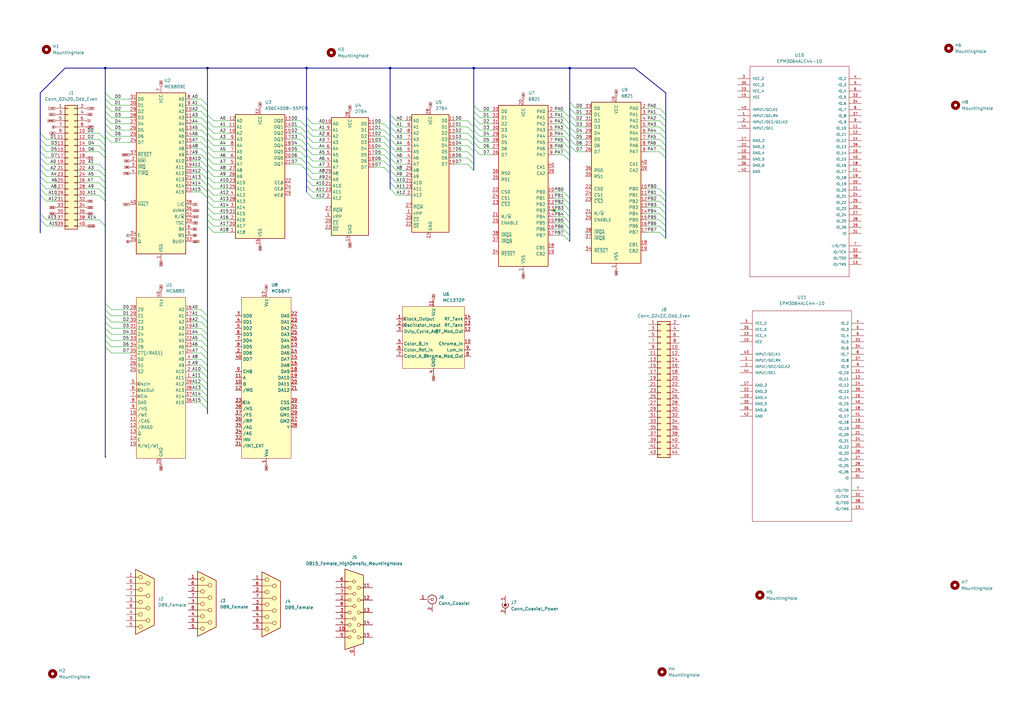
<source format=kicad_sch>
(kicad_sch (version 20211123) (generator eeschema)
  (paper "A3")
  (junction (at 43.18 27.94))
  (junction (at 85.09 27.94))
  (junction (at 227.33 86.36))
  (junction (at 194.31 27.94))
  (junction (at 160.02 27.94))
  (junction (at 125.73 27.94))
  (junction (at 233.68 27.94))
  (bus_entry (at 43.18 139.7) (size 2.54 2.54))
  (bus_entry (at 43.18 142.24) (size 2.54 2.54))
  (bus_entry (at 43.18 137.16) (size 2.54 2.54))
  (bus_entry (at 43.18 134.62) (size 2.54 2.54))
  (bus_entry (at 191.77 54.61) (size 2.54 2.54))
  (bus_entry (at 191.77 57.15) (size 2.54 2.54))
  (bus_entry (at 160.02 69.85) (size 2.54 2.54))
  (bus_entry (at 160.02 72.39) (size 2.54 2.54))
  (bus_entry (at 160.02 74.93) (size 2.54 2.54))
  (bus_entry (at 160.02 77.47) (size 2.54 2.54))
  (bus_entry (at 160.02 54.61) (size 2.54 2.54))
  (bus_entry (at 160.02 57.15) (size 2.54 2.54))
  (bus_entry (at 160.02 59.69) (size 2.54 2.54))
  (bus_entry (at 160.02 62.23) (size 2.54 2.54))
  (bus_entry (at 160.02 64.77) (size 2.54 2.54))
  (bus_entry (at 160.02 67.31) (size 2.54 2.54))
  (bus_entry (at 160.02 46.99) (size 2.54 2.54))
  (bus_entry (at 160.02 49.53) (size 2.54 2.54))
  (bus_entry (at 160.02 52.07) (size 2.54 2.54))
  (bus_entry (at 191.77 52.07) (size 2.54 2.54))
  (bus_entry (at 191.77 49.53) (size 2.54 2.54))
  (bus_entry (at 191.77 62.23) (size 2.54 2.54))
  (bus_entry (at 191.77 64.77) (size 2.54 2.54))
  (bus_entry (at 191.77 59.69) (size 2.54 2.54))
  (bus_entry (at 191.77 67.31) (size 2.54 2.54))
  (bus_entry (at 43.18 55.88) (size 2.54 2.54))
  (bus_entry (at 82.55 127) (size 2.54 2.54))
  (bus_entry (at 43.18 38.1) (size 2.54 2.54))
  (bus_entry (at 82.55 129.54) (size 2.54 2.54))
  (bus_entry (at 82.55 132.08) (size 2.54 2.54))
  (bus_entry (at 82.55 134.62) (size 2.54 2.54))
  (bus_entry (at 82.55 137.16) (size 2.54 2.54))
  (bus_entry (at 82.55 139.7) (size 2.54 2.54))
  (bus_entry (at 82.55 142.24) (size 2.54 2.54))
  (bus_entry (at 82.55 144.78) (size 2.54 2.54))
  (bus_entry (at 82.55 147.32) (size 2.54 2.54))
  (bus_entry (at 82.55 149.86) (size 2.54 2.54))
  (bus_entry (at 82.55 152.4) (size 2.54 2.54))
  (bus_entry (at 82.55 154.94) (size 2.54 2.54))
  (bus_entry (at 82.55 157.48) (size 2.54 2.54))
  (bus_entry (at 82.55 160.02) (size 2.54 2.54))
  (bus_entry (at 82.55 162.56) (size 2.54 2.54))
  (bus_entry (at 82.296 165.1) (size 2.54 2.54))
  (bus_entry (at 16.51 90.17) (size 2.54 2.54))
  (bus_entry (at 16.51 87.63) (size 2.54 2.54))
  (bus_entry (at 40.64 90.17) (size 2.54 2.54))
  (bus_entry (at 16.51 59.69) (size 2.54 2.54))
  (bus_entry (at 16.51 62.23) (size 2.54 2.54))
  (bus_entry (at 16.51 64.77) (size 2.54 2.54))
  (bus_entry (at 16.51 67.31) (size 2.54 2.54))
  (bus_entry (at 16.51 69.85) (size 2.54 2.54))
  (bus_entry (at 16.51 72.39) (size 2.54 2.54))
  (bus_entry (at 16.51 74.93) (size 2.54 2.54))
  (bus_entry (at 16.51 77.47) (size 2.54 2.54))
  (bus_entry (at 16.51 80.01) (size 2.54 2.54))
  (bus_entry (at 16.51 54.61) (size 2.54 2.54))
  (bus_entry (at 16.51 57.15) (size 2.54 2.54))
  (bus_entry (at 82.55 58.42) (size 2.54 2.54))
  (bus_entry (at 82.55 55.88) (size 2.54 2.54))
  (bus_entry (at 82.55 60.96) (size 2.54 2.54))
  (bus_entry (at 82.55 63.5) (size 2.54 2.54))
  (bus_entry (at 85.09 85.09) (size 2.54 2.54))
  (bus_entry (at 85.09 90.17) (size 2.54 2.54))
  (bus_entry (at 85.09 82.55) (size 2.54 2.54))
  (bus_entry (at 85.09 80.01) (size 2.54 2.54))
  (bus_entry (at 85.09 87.63) (size 2.54 2.54))
  (bus_entry (at 82.55 78.74) (size 2.54 2.54))
  (bus_entry (at 85.09 92.71) (size 2.54 2.54))
  (bus_entry (at 85.09 62.23) (size 2.54 2.54))
  (bus_entry (at 85.09 64.77) (size 2.54 2.54))
  (bus_entry (at 82.55 71.12) (size 2.54 2.54))
  (bus_entry (at 85.09 69.85) (size 2.54 2.54))
  (bus_entry (at 85.09 67.31) (size 2.54 2.54))
  (bus_entry (at 85.09 72.39) (size 2.54 2.54))
  (bus_entry (at 82.55 68.58) (size 2.54 2.54))
  (bus_entry (at 82.55 66.04) (size 2.54 2.54))
  (bus_entry (at 82.55 73.66) (size 2.54 2.54))
  (bus_entry (at 85.09 77.47) (size 2.54 2.54))
  (bus_entry (at 85.09 74.93) (size 2.54 2.54))
  (bus_entry (at 82.55 76.2) (size 2.54 2.54))
  (bus_entry (at 43.18 129.54) (size 2.54 2.54))
  (bus_entry (at 43.18 132.08) (size 2.54 2.54))
  (bus_entry (at 270.51 77.47) (size 2.54 2.54))
  (bus_entry (at 270.51 87.63) (size 2.54 2.54))
  (bus_entry (at 270.51 85.09) (size 2.54 2.54))
  (bus_entry (at 270.51 90.17) (size 2.54 2.54))
  (bus_entry (at 270.51 92.71) (size 2.54 2.54))
  (bus_entry (at 270.51 80.01) (size 2.54 2.54))
  (bus_entry (at 270.51 82.55) (size 2.54 2.54))
  (bus_entry (at 270.51 95.25) (size 2.54 2.54))
  (bus_entry (at 123.19 59.69) (size 2.54 2.54))
  (bus_entry (at 123.19 57.15) (size 2.54 2.54))
  (bus_entry (at 123.19 49.53) (size 2.54 2.54))
  (bus_entry (at 123.19 54.61) (size 2.54 2.54))
  (bus_entry (at 123.19 52.07) (size 2.54 2.54))
  (bus_entry (at 85.09 59.69) (size 2.54 2.54))
  (bus_entry (at 85.09 57.15) (size 2.54 2.54))
  (bus_entry (at 194.31 45.72) (size 2.54 2.54))
  (bus_entry (at 194.31 43.18) (size 2.54 2.54))
  (bus_entry (at 231.14 45.72) (size 2.54 2.54))
  (bus_entry (at 231.14 48.26) (size 2.54 2.54))
  (bus_entry (at 231.14 50.8) (size 2.54 2.54))
  (bus_entry (at 231.14 53.34) (size 2.54 2.54))
  (bus_entry (at 231.14 55.88) (size 2.54 2.54))
  (bus_entry (at 231.14 81.28) (size 2.54 2.54))
  (bus_entry (at 231.14 83.82) (size 2.54 2.54))
  (bus_entry (at 231.14 86.36) (size 2.54 2.54))
  (bus_entry (at 231.14 88.9) (size 2.54 2.54))
  (bus_entry (at 231.14 91.44) (size 2.54 2.54))
  (bus_entry (at 231.14 93.98) (size 2.54 2.54))
  (bus_entry (at 231.14 96.52) (size 2.54 2.54))
  (bus_entry (at 231.14 58.42) (size 2.54 2.54))
  (bus_entry (at 231.14 60.96) (size 2.54 2.54))
  (bus_entry (at 231.14 63.5) (size 2.54 2.54))
  (bus_entry (at 231.14 78.74) (size 2.54 2.54))
  (bus_entry (at 194.31 48.26) (size 2.54 2.54))
  (bus_entry (at 194.31 60.96) (size 2.54 2.54))
  (bus_entry (at 194.31 50.8) (size 2.54 2.54))
  (bus_entry (at 194.31 53.34) (size 2.54 2.54))
  (bus_entry (at 194.31 55.88) (size 2.54 2.54))
  (bus_entry (at 194.31 58.42) (size 2.54 2.54))
  (bus_entry (at 40.64 54.61) (size 2.54 2.54))
  (bus_entry (at 40.64 72.39) (size 2.54 2.54))
  (bus_entry (at 40.64 74.93) (size 2.54 2.54))
  (bus_entry (at 40.64 77.47) (size 2.54 2.54))
  (bus_entry (at 40.64 80.01) (size 2.54 2.54))
  (bus_entry (at 40.64 57.15) (size 2.54 2.54))
  (bus_entry (at 40.64 69.85) (size 2.54 2.54))
  (bus_entry (at 40.64 67.31) (size 2.54 2.54))
  (bus_entry (at 40.64 62.23) (size 2.54 2.54))
  (bus_entry (at 40.64 59.69) (size 2.54 2.54))
  (bus_entry (at 85.09 54.61) (size 2.54 2.54))
  (bus_entry (at 82.55 48.26) (size 2.54 2.54))
  (bus_entry (at 82.55 45.72) (size 2.54 2.54))
  (bus_entry (at 85.09 46.99) (size 2.54 2.54))
  (bus_entry (at 82.55 50.8) (size 2.54 2.54))
  (bus_entry (at 85.09 52.07) (size 2.54 2.54))
  (bus_entry (at 85.09 49.53) (size 2.54 2.54))
  (bus_entry (at 82.55 40.64) (size 2.54 2.54))
  (bus_entry (at 82.55 43.18) (size 2.54 2.54))
  (bus_entry (at 43.18 124.46) (size 2.54 2.54))
  (bus_entry (at 43.18 127) (size 2.54 2.54))
  (bus_entry (at 82.55 53.34) (size 2.54 2.54))
  (bus_entry (at 157.48 60.96) (size 2.54 2.54))
  (bus_entry (at 157.48 63.5) (size 2.54 2.54))
  (bus_entry (at 157.48 55.88) (size 2.54 2.54))
  (bus_entry (at 157.48 58.42) (size 2.54 2.54))
  (bus_entry (at 157.48 66.04) (size 2.54 2.54))
  (bus_entry (at 157.48 68.58) (size 2.54 2.54))
  (bus_entry (at 157.48 50.8) (size 2.54 2.54))
  (bus_entry (at 157.48 53.34) (size 2.54 2.54))
  (bus_entry (at 125.73 60.96) (size 2.54 2.54))
  (bus_entry (at 125.73 63.5) (size 2.54 2.54))
  (bus_entry (at 125.73 76.2) (size 2.54 2.54))
  (bus_entry (at 125.73 78.74) (size 2.54 2.54))
  (bus_entry (at 125.73 68.58) (size 2.54 2.54))
  (bus_entry (at 125.73 71.12) (size 2.54 2.54))
  (bus_entry (at 125.73 73.66) (size 2.54 2.54))
  (bus_entry (at 123.19 64.77) (size 2.54 2.54))
  (bus_entry (at 125.73 66.04) (size 2.54 2.54))
  (bus_entry (at 123.19 67.31) (size 2.54 2.54))
  (bus_entry (at 125.73 53.34) (size 2.54 2.54))
  (bus_entry (at 125.73 58.42) (size 2.54 2.54))
  (bus_entry (at 125.73 55.88) (size 2.54 2.54))
  (bus_entry (at 125.73 50.8) (size 2.54 2.54))
  (bus_entry (at 125.73 48.26) (size 2.54 2.54))
  (bus_entry (at 123.19 62.23) (size 2.54 2.54))
  (bus_entry (at 43.18 50.8) (size 2.54 2.54))
  (bus_entry (at 43.18 53.34) (size 2.54 2.54))
  (bus_entry (at 43.18 45.72) (size 2.54 2.54))
  (bus_entry (at 43.18 48.26) (size 2.54 2.54))
  (bus_entry (at 43.18 43.18) (size 2.54 2.54))
  (bus_entry (at 43.18 40.64) (size 2.54 2.54))
  (bus_entry (at 233.68 54.61) (size 2.54 2.54))
  (bus_entry (at 233.68 57.15) (size 2.54 2.54))
  (bus_entry (at 233.68 59.69) (size 2.54 2.54))
  (bus_entry (at 270.51 62.23) (size 2.54 2.54))
  (bus_entry (at 233.68 46.99) (size 2.54 2.54))
  (bus_entry (at 233.68 44.45) (size 2.54 2.54))
  (bus_entry (at 233.68 41.91) (size 2.54 2.54))
  (bus_entry (at 270.51 54.61) (size 2.54 2.54))
  (bus_entry (at 270.51 57.15) (size 2.54 2.54))
  (bus_entry (at 270.51 59.69) (size 2.54 2.54))
  (bus_entry (at 233.68 49.53) (size 2.54 2.54))
  (bus_entry (at 233.68 52.07) (size 2.54 2.54))
  (bus_entry (at 270.51 46.99) (size 2.54 2.54))
  (bus_entry (at 270.51 44.45) (size 2.54 2.54))
  (bus_entry (at 270.51 49.53) (size 2.54 2.54))
  (bus_entry (at 270.51 52.07) (size 2.54 2.54))
  (wire (pts (xy 265.43 77.47) (xy 270.51 77.47)))
  (bus (pts (xy 233.68 88.9) (xy 233.68 91.44)))
  (wire (pts (xy 35.56 74.93) (xy 40.64 74.93)))
  (wire (pts (xy 35.56 80.01) (xy 40.64 80.01)))
  (bus (pts (xy 160.02 27.94) (xy 194.31 27.94)))
  (bus (pts (xy 233.68 44.45) (xy 233.68 46.99)))
  (wire (pts (xy 265.43 46.99) (xy 270.51 46.99)))
  (wire (pts (xy 87.63 62.23) (xy 93.98 62.23)))
  (wire (pts (xy 78.74 134.62) (xy 82.55 134.62)))
  (wire (pts (xy 78.74 76.2) (xy 82.55 76.2)))
  (wire (pts (xy 128.27 55.88) (xy 133.35 55.88)))
  (wire (pts (xy 186.69 67.31) (xy 191.77 67.31)))
  (bus (pts (xy 43.18 72.39) (xy 43.18 74.93)))
  (bus (pts (xy 16.51 69.85) (xy 16.51 67.31)))
  (wire (pts (xy 236.22 57.15) (xy 240.03 57.15)))
  (bus (pts (xy 194.31 64.77) (xy 194.31 67.31)))
  (bus (pts (xy 16.51 90.17) (xy 16.51 95.504)))
  (bus (pts (xy 43.18 129.54) (xy 43.18 132.08)))
  (bus (pts (xy 85.09 68.58) (xy 85.09 69.85)))
  (bus (pts (xy 273.05 59.69) (xy 273.05 62.23)))
  (wire (pts (xy 196.85 63.5) (xy 201.93 63.5)))
  (wire (pts (xy 45.72 137.16) (xy 53.34 137.16)))
  (wire (pts (xy 78.74 66.04) (xy 82.55 66.04)))
  (wire (pts (xy 265.43 90.17) (xy 270.51 90.17)))
  (bus (pts (xy 16.51 77.47) (xy 16.51 74.93)))
  (wire (pts (xy 186.69 64.77) (xy 191.77 64.77)))
  (wire (pts (xy 78.74 139.7) (xy 82.55 139.7)))
  (wire (pts (xy 78.74 147.32) (xy 82.55 147.32)))
  (bus (pts (xy 260.35 27.94) (xy 273.05 38.1)))
  (bus (pts (xy 43.18 82.55) (xy 43.18 92.71)))
  (wire (pts (xy 119.38 59.69) (xy 123.19 59.69)))
  (bus (pts (xy 85.09 49.53) (xy 85.09 50.8)))
  (wire (pts (xy 196.85 50.8) (xy 201.93 50.8)))
  (wire (pts (xy 35.56 62.23) (xy 40.64 62.23)))
  (bus (pts (xy 85.09 90.17) (xy 85.09 92.71)))
  (bus (pts (xy 233.68 58.42) (xy 233.68 59.69)))
  (bus (pts (xy 160.02 64.77) (xy 160.02 66.04)))
  (wire (pts (xy 162.56 74.93) (xy 166.37 74.93)))
  (wire (pts (xy 35.56 67.31) (xy 40.64 67.31)))
  (bus (pts (xy 43.18 43.18) (xy 43.18 45.72)))
  (wire (pts (xy 45.72 50.8) (xy 53.34 50.8)))
  (bus (pts (xy 26.67 27.94) (xy 43.18 27.94)))
  (wire (pts (xy 227.33 88.9) (xy 231.14 88.9)))
  (wire (pts (xy 236.22 46.99) (xy 240.03 46.99)))
  (bus (pts (xy 43.18 187.452) (xy 43.434 187.452)))
  (bus (pts (xy 85.09 82.55) (xy 85.09 85.09)))
  (wire (pts (xy 162.56 52.07) (xy 166.37 52.07)))
  (bus (pts (xy 160.02 54.61) (xy 160.02 55.88)))
  (bus (pts (xy 16.51 57.15) (xy 16.51 54.61)))
  (bus (pts (xy 233.68 81.28) (xy 233.68 83.82)))
  (bus (pts (xy 273.05 90.17) (xy 273.05 92.71)))
  (bus (pts (xy 16.51 74.93) (xy 16.51 72.39)))
  (bus (pts (xy 125.73 59.69) (xy 125.73 60.96)))
  (bus (pts (xy 43.18 137.16) (xy 43.18 139.7)))
  (wire (pts (xy 45.72 142.24) (xy 53.34 142.24)))
  (wire (pts (xy 19.05 62.23) (xy 22.86 62.23)))
  (wire (pts (xy 78.74 40.64) (xy 82.55 40.64)))
  (wire (pts (xy 265.43 95.25) (xy 270.51 95.25)))
  (bus (pts (xy 160.02 62.23) (xy 160.02 63.5)))
  (bus (pts (xy 85.09 60.96) (xy 85.09 62.23)))
  (bus (pts (xy 125.73 76.2) (xy 125.73 78.74)))
  (wire (pts (xy 78.74 73.66) (xy 82.55 73.66)))
  (bus (pts (xy 85.09 92.71) (xy 85.09 129.54)))
  (bus (pts (xy 194.31 45.72) (xy 194.31 48.26)))
  (wire (pts (xy 265.43 85.09) (xy 270.51 85.09)))
  (wire (pts (xy 265.43 52.07) (xy 270.51 52.07)))
  (bus (pts (xy 85.09 152.4) (xy 85.09 154.94)))
  (bus (pts (xy 273.05 46.99) (xy 273.05 49.53)))
  (wire (pts (xy 78.74 152.4) (xy 82.55 152.4)))
  (wire (pts (xy 78.74 48.26) (xy 82.55 48.26)))
  (bus (pts (xy 43.18 142.24) (xy 43.18 187.452)))
  (bus (pts (xy 85.09 62.23) (xy 85.09 63.5)))
  (wire (pts (xy 153.67 60.96) (xy 157.48 60.96)))
  (bus (pts (xy 194.31 67.31) (xy 194.31 69.85)))
  (wire (pts (xy 186.69 62.23) (xy 191.77 62.23)))
  (wire (pts (xy 236.22 44.45) (xy 240.03 44.45)))
  (bus (pts (xy 43.18 124.46) (xy 43.18 127)))
  (wire (pts (xy 78.74 149.86) (xy 82.55 149.86)))
  (wire (pts (xy 87.63 80.01) (xy 93.98 80.01)))
  (wire (pts (xy 19.05 77.47) (xy 22.86 77.47)))
  (bus (pts (xy 85.09 50.8) (xy 85.09 52.07)))
  (bus (pts (xy 43.18 55.88) (xy 43.18 57.15)))
  (wire (pts (xy 153.67 63.5) (xy 157.48 63.5)))
  (bus (pts (xy 16.51 72.39) (xy 16.51 69.85)))
  (wire (pts (xy 128.27 73.66) (xy 133.35 73.66)))
  (wire (pts (xy 45.72 139.7) (xy 53.34 139.7)))
  (wire (pts (xy 162.56 59.69) (xy 166.37 59.69)))
  (bus (pts (xy 194.31 50.8) (xy 194.31 52.07)))
  (wire (pts (xy 19.05 92.71) (xy 22.86 92.71)))
  (wire (pts (xy 119.38 67.31) (xy 123.19 67.31)))
  (wire (pts (xy 162.56 57.15) (xy 166.37 57.15)))
  (wire (pts (xy 78.74 160.02) (xy 82.55 160.02)))
  (bus (pts (xy 125.73 60.96) (xy 125.73 62.23)))
  (bus (pts (xy 125.73 55.88) (xy 125.73 57.15)))
  (bus (pts (xy 233.68 96.52) (xy 233.68 99.06)))
  (wire (pts (xy 78.74 162.56) (xy 82.55 162.56)))
  (bus (pts (xy 233.68 83.82) (xy 233.68 86.36)))
  (wire (pts (xy 45.72 127) (xy 53.34 127)))
  (wire (pts (xy 35.56 57.15) (xy 40.64 57.15)))
  (bus (pts (xy 85.09 160.02) (xy 85.09 162.56)))
  (bus (pts (xy 85.09 76.2) (xy 85.09 77.47)))
  (bus (pts (xy 273.05 85.09) (xy 273.05 87.63)))
  (bus (pts (xy 16.51 59.69) (xy 16.51 57.15)))
  (wire (pts (xy 196.85 45.72) (xy 201.93 45.72)))
  (wire (pts (xy 265.43 59.69) (xy 270.51 59.69)))
  (bus (pts (xy 85.09 73.66) (xy 85.09 74.93)))
  (bus (pts (xy 85.09 134.62) (xy 85.09 137.16)))
  (wire (pts (xy 19.05 72.39) (xy 22.86 72.39)))
  (wire (pts (xy 119.38 57.15) (xy 123.19 57.15)))
  (bus (pts (xy 273.05 38.1) (xy 273.05 46.99)))
  (bus (pts (xy 85.09 59.69) (xy 85.09 60.96)))
  (wire (pts (xy 162.56 69.85) (xy 166.37 69.85)))
  (wire (pts (xy 265.43 62.23) (xy 270.51 62.23)))
  (wire (pts (xy 196.85 55.88) (xy 201.93 55.88)))
  (wire (pts (xy 227.33 93.98) (xy 231.14 93.98)))
  (wire (pts (xy 236.22 49.53) (xy 240.03 49.53)))
  (wire (pts (xy 153.67 68.58) (xy 157.48 68.58)))
  (wire (pts (xy 227.33 48.26) (xy 231.14 48.26)))
  (bus (pts (xy 125.73 64.77) (xy 125.73 66.04)))
  (wire (pts (xy 128.27 58.42) (xy 133.35 58.42)))
  (wire (pts (xy 162.56 72.39) (xy 166.37 72.39)))
  (bus (pts (xy 125.73 48.26) (xy 125.73 50.8)))
  (wire (pts (xy 128.27 71.12) (xy 133.35 71.12)))
  (wire (pts (xy 45.72 48.26) (xy 53.34 48.26)))
  (bus (pts (xy 43.18 139.7) (xy 43.18 142.24)))
  (wire (pts (xy 227.33 96.52) (xy 231.14 96.52)))
  (wire (pts (xy 19.05 67.31) (xy 22.86 67.31)))
  (bus (pts (xy 125.73 50.8) (xy 125.73 52.07)))
  (wire (pts (xy 35.56 90.17) (xy 40.64 90.17)))
  (bus (pts (xy 85.09 64.77) (xy 85.09 66.04)))
  (bus (pts (xy 85.09 63.5) (xy 85.09 64.77)))
  (wire (pts (xy 227.33 55.88) (xy 231.14 55.88)))
  (wire (pts (xy 153.67 58.42) (xy 157.48 58.42)))
  (wire (pts (xy 87.63 82.55) (xy 93.98 82.55)))
  (wire (pts (xy 153.67 55.88) (xy 157.48 55.88)))
  (bus (pts (xy 85.09 74.93) (xy 85.09 76.2)))
  (wire (pts (xy 227.33 63.5) (xy 231.14 63.5)))
  (wire (pts (xy 87.63 59.69) (xy 93.98 59.69)))
  (wire (pts (xy 78.74 60.96) (xy 82.55 60.96)))
  (bus (pts (xy 16.51 87.63) (xy 16.51 90.17)))
  (wire (pts (xy 45.72 134.62) (xy 53.34 134.62)))
  (bus (pts (xy 273.05 49.53) (xy 273.05 52.07)))
  (bus (pts (xy 85.09 77.47) (xy 85.09 78.74)))
  (wire (pts (xy 128.27 76.2) (xy 133.35 76.2)))
  (bus (pts (xy 233.68 55.88) (xy 233.68 57.15)))
  (bus (pts (xy 273.05 52.07) (xy 273.05 54.61)))
  (bus (pts (xy 194.31 48.26) (xy 194.31 50.8)))
  (wire (pts (xy 265.43 44.45) (xy 270.51 44.45)))
  (wire (pts (xy 45.72 53.34) (xy 53.34 53.34)))
  (wire (pts (xy 78.74 157.48) (xy 82.55 157.48)))
  (wire (pts (xy 227.33 91.44) (xy 231.14 91.44)))
  (bus (pts (xy 160.02 49.53) (xy 160.02 52.07)))
  (wire (pts (xy 236.22 62.23) (xy 240.03 62.23)))
  (bus (pts (xy 85.09 27.94) (xy 125.73 27.94)))
  (bus (pts (xy 160.02 63.5) (xy 160.02 64.77)))
  (bus (pts (xy 125.73 63.5) (xy 125.73 64.77)))
  (bus (pts (xy 43.18 74.93) (xy 43.18 77.47)))
  (bus (pts (xy 194.31 53.34) (xy 194.31 54.61)))
  (wire (pts (xy 128.27 66.04) (xy 133.35 66.04)))
  (wire (pts (xy 78.74 142.24) (xy 82.55 142.24)))
  (bus (pts (xy 233.68 27.94) (xy 233.68 41.91)))
  (wire (pts (xy 19.05 80.01) (xy 22.86 80.01)))
  (wire (pts (xy 153.67 50.8) (xy 157.48 50.8)))
  (bus (pts (xy 125.73 69.85) (xy 125.73 71.12)))
  (bus (pts (xy 43.18 80.01) (xy 43.18 82.55)))
  (bus (pts (xy 194.31 60.96) (xy 194.31 62.23)))
  (bus (pts (xy 160.02 74.93) (xy 160.02 77.47)))
  (wire (pts (xy 153.67 53.34) (xy 157.48 53.34)))
  (bus (pts (xy 233.68 41.91) (xy 233.68 44.45)))
  (wire (pts (xy 227.33 53.34) (xy 231.14 53.34)))
  (bus (pts (xy 85.09 129.54) (xy 85.09 132.08)))
  (wire (pts (xy 162.56 80.01) (xy 166.37 80.01)))
  (wire (pts (xy 87.63 72.39) (xy 93.98 72.39)))
  (wire (pts (xy 78.74 68.58) (xy 82.55 68.58)))
  (bus (pts (xy 43.18 92.71) (xy 43.18 124.46)))
  (wire (pts (xy 236.22 52.07) (xy 240.03 52.07)))
  (bus (pts (xy 43.18 45.72) (xy 43.18 48.26)))
  (wire (pts (xy 35.56 69.85) (xy 40.64 69.85)))
  (wire (pts (xy 87.63 67.31) (xy 93.98 67.31)))
  (bus (pts (xy 125.73 52.07) (xy 125.73 53.34)))
  (bus (pts (xy 85.09 80.01) (xy 85.09 81.28)))
  (bus (pts (xy 273.05 54.61) (xy 273.05 57.15)))
  (bus (pts (xy 125.73 67.31) (xy 125.73 68.58)))
  (bus (pts (xy 16.51 38.1) (xy 26.67 27.94)))
  (wire (pts (xy 87.63 85.09) (xy 93.98 85.09)))
  (bus (pts (xy 85.09 58.42) (xy 85.09 59.69)))
  (wire (pts (xy 45.72 43.18) (xy 53.34 43.18)))
  (wire (pts (xy 186.69 57.15) (xy 191.77 57.15)))
  (bus (pts (xy 194.31 57.15) (xy 194.31 58.42)))
  (bus (pts (xy 233.68 52.07) (xy 233.68 53.34)))
  (bus (pts (xy 160.02 55.88) (xy 160.02 57.15)))
  (wire (pts (xy 128.27 81.28) (xy 133.35 81.28)))
  (bus (pts (xy 273.05 82.55) (xy 273.05 85.09)))
  (wire (pts (xy 45.72 129.54) (xy 53.34 129.54)))
  (wire (pts (xy 78.74 165.1) (xy 82.296 165.1)))
  (bus (pts (xy 85.09 137.16) (xy 85.09 139.7)))
  (bus (pts (xy 233.68 27.94) (xy 260.35 27.94)))
  (wire (pts (xy 87.63 64.77) (xy 93.98 64.77)))
  (bus (pts (xy 233.68 60.96) (xy 233.68 63.5)))
  (bus (pts (xy 43.18 53.34) (xy 43.18 55.88)))
  (wire (pts (xy 265.43 57.15) (xy 270.51 57.15)))
  (wire (pts (xy 128.27 68.58) (xy 133.35 68.58)))
  (bus (pts (xy 16.51 38.1) (xy 16.51 54.61)))
  (wire (pts (xy 35.56 72.39) (xy 40.64 72.39)))
  (bus (pts (xy 85.09 139.7) (xy 85.09 142.24)))
  (wire (pts (xy 186.69 54.61) (xy 191.77 54.61)))
  (bus (pts (xy 125.73 62.23) (xy 125.73 63.5)))
  (wire (pts (xy 87.63 69.85) (xy 93.98 69.85)))
  (wire (pts (xy 87.63 54.61) (xy 93.98 54.61)))
  (wire (pts (xy 265.43 54.61) (xy 270.51 54.61)))
  (bus (pts (xy 125.73 54.61) (xy 125.73 55.88)))
  (bus (pts (xy 85.09 43.18) (xy 85.09 45.72)))
  (bus (pts (xy 85.09 165.1) (xy 85.09 169.672)))
  (bus (pts (xy 85.09 54.61) (xy 85.09 55.88)))
  (wire (pts (xy 196.85 53.34) (xy 201.93 53.34)))
  (bus (pts (xy 43.18 77.47) (xy 43.18 80.01)))
  (wire (pts (xy 227.33 50.8) (xy 231.14 50.8)))
  (wire (pts (xy 87.63 77.47) (xy 93.98 77.47)))
  (bus (pts (xy 194.31 58.42) (xy 194.31 59.69)))
  (wire (pts (xy 78.74 53.34) (xy 82.55 53.34)))
  (wire (pts (xy 87.63 90.17) (xy 93.98 90.17)))
  (wire (pts (xy 78.74 63.5) (xy 82.55 63.5)))
  (bus (pts (xy 160.02 57.15) (xy 160.02 58.42)))
  (wire (pts (xy 226.06 86.36) (xy 227.33 86.36)))
  (wire (pts (xy 162.56 64.77) (xy 166.37 64.77)))
  (bus (pts (xy 16.51 62.23) (xy 16.51 59.69)))
  (wire (pts (xy 186.69 59.69) (xy 191.77 59.69)))
  (wire (pts (xy 128.27 53.34) (xy 133.35 53.34)))
  (wire (pts (xy 227.33 83.82) (xy 231.14 83.82)))
  (wire (pts (xy 78.74 45.72) (xy 82.55 45.72)))
  (wire (pts (xy 162.56 77.47) (xy 166.37 77.47)))
  (wire (pts (xy 265.43 87.63) (xy 270.51 87.63)))
  (bus (pts (xy 194.31 27.94) (xy 194.31 43.18)))
  (wire (pts (xy 78.74 43.18) (xy 82.55 43.18)))
  (bus (pts (xy 125.73 66.04) (xy 125.73 67.31)))
  (bus (pts (xy 16.51 64.77) (xy 16.51 62.23)))
  (bus (pts (xy 194.31 54.61) (xy 194.31 55.88)))
  (bus (pts (xy 273.05 80.01) (xy 273.05 82.55)))
  (bus (pts (xy 160.02 58.42) (xy 160.02 59.69)))
  (bus (pts (xy 43.18 69.85) (xy 43.18 72.39)))
  (wire (pts (xy 45.72 144.78) (xy 53.34 144.78)))
  (bus (pts (xy 233.68 91.44) (xy 233.68 93.98)))
  (bus (pts (xy 43.18 132.08) (xy 43.18 134.62)))
  (bus (pts (xy 233.68 66.04) (xy 233.68 81.28)))
  (wire (pts (xy 196.85 48.26) (xy 201.93 48.26)))
  (bus (pts (xy 43.18 127) (xy 43.18 129.54)))
  (bus (pts (xy 273.05 87.63) (xy 273.05 90.17)))
  (wire (pts (xy 78.74 78.74) (xy 82.55 78.74)))
  (bus (pts (xy 43.18 57.15) (xy 43.18 59.69)))
  (wire (pts (xy 128.27 78.74) (xy 133.35 78.74)))
  (wire (pts (xy 87.63 57.15) (xy 93.98 57.15)))
  (wire (pts (xy 78.74 58.42) (xy 82.55 58.42)))
  (bus (pts (xy 273.05 92.71) (xy 273.05 95.25)))
  (wire (pts (xy 78.74 154.94) (xy 82.55 154.94)))
  (bus (pts (xy 233.68 50.8) (xy 233.68 52.07)))
  (wire (pts (xy 78.74 71.12) (xy 82.55 71.12)))
  (wire (pts (xy 236.22 59.69) (xy 240.03 59.69)))
  (bus (pts (xy 194.31 43.18) (xy 194.31 45.72)))
  (wire (pts (xy 236.22 54.61) (xy 240.03 54.61)))
  (wire (pts (xy 119.38 62.23) (xy 123.19 62.23)))
  (bus (pts (xy 85.09 72.39) (xy 85.09 73.66)))
  (bus (pts (xy 85.09 27.94) (xy 85.09 43.18)))
  (wire (pts (xy 196.85 58.42) (xy 201.93 58.42)))
  (bus (pts (xy 16.51 77.47) (xy 16.51 80.01)))
  (wire (pts (xy 78.74 55.88) (xy 82.55 55.88)))
  (wire (pts (xy 45.72 132.08) (xy 53.34 132.08)))
  (bus (pts (xy 85.09 71.12) (xy 85.09 72.39)))
  (bus (pts (xy 160.02 60.96) (xy 160.02 62.23)))
  (bus (pts (xy 43.18 59.69) (xy 43.18 62.23)))
  (bus (pts (xy 160.02 72.39) (xy 160.02 74.93)))
  (bus (pts (xy 125.73 73.66) (xy 125.73 76.2)))
  (wire (pts (xy 78.74 132.08) (xy 82.55 132.08)))
  (bus (pts (xy 160.02 69.85) (xy 160.02 71.12)))
  (wire (pts (xy 128.27 60.96) (xy 133.35 60.96)))
  (wire (pts (xy 227.33 81.28) (xy 231.14 81.28)))
  (wire (pts (xy 19.05 59.69) (xy 22.86 59.69)))
  (wire (pts (xy 153.67 66.04) (xy 157.48 66.04)))
  (bus (pts (xy 85.09 53.34) (xy 85.09 54.61)))
  (wire (pts (xy 78.74 144.78) (xy 82.55 144.78)))
  (bus (pts (xy 233.68 53.34) (xy 233.68 54.61)))
  (wire (pts (xy 265.43 80.01) (xy 270.51 80.01)))
  (wire (pts (xy 119.38 49.53) (xy 123.19 49.53)))
  (wire (pts (xy 196.85 60.96) (xy 201.93 60.96)))
  (wire (pts (xy 45.72 45.72) (xy 53.34 45.72)))
  (wire (pts (xy 162.56 49.53) (xy 166.37 49.53)))
  (wire (pts (xy 186.69 49.53) (xy 191.77 49.53)))
  (wire (pts (xy 87.63 74.93) (xy 93.98 74.93)))
  (bus (pts (xy 85.09 142.24) (xy 85.09 144.78)))
  (bus (pts (xy 273.05 57.15) (xy 273.05 59.69)))
  (bus (pts (xy 194.31 52.07) (xy 194.31 53.34)))
  (wire (pts (xy 78.74 50.8) (xy 82.55 50.8)))
  (bus (pts (xy 233.68 86.36) (xy 233.68 88.9)))
  (bus (pts (xy 43.18 62.23) (xy 43.18 64.77)))
  (wire (pts (xy 35.56 59.69) (xy 40.64 59.69)))
  (wire (pts (xy 119.38 64.77) (xy 123.19 64.77)))
  (bus (pts (xy 233.68 46.99) (xy 233.68 48.26)))
  (bus (pts (xy 85.09 48.26) (xy 85.09 49.53)))
  (wire (pts (xy 87.63 92.71) (xy 93.98 92.71)))
  (wire (pts (xy 162.56 67.31) (xy 166.37 67.31)))
  (bus (pts (xy 85.09 52.07) (xy 85.09 53.34)))
  (wire (pts (xy 87.63 95.25) (xy 93.98 95.25)))
  (bus (pts (xy 194.31 55.88) (xy 194.31 57.15)))
  (bus (pts (xy 194.31 27.94) (xy 233.68 27.94)))
  (bus (pts (xy 194.31 62.23) (xy 194.31 64.77)))
  (bus (pts (xy 85.09 149.86) (xy 85.09 152.4)))
  (wire (pts (xy 19.05 90.17) (xy 22.86 90.17)))
  (bus (pts (xy 85.09 78.74) (xy 85.09 80.01)))
  (bus (pts (xy 160.02 67.31) (xy 160.02 68.58)))
  (wire (pts (xy 227.33 78.74) (xy 231.14 78.74)))
  (bus (pts (xy 16.51 80.01) (xy 16.51 87.63)))
  (wire (pts (xy 227.33 45.72) (xy 231.14 45.72)))
  (wire (pts (xy 87.63 49.53) (xy 93.98 49.53)))
  (wire (pts (xy 265.43 92.71) (xy 270.51 92.71)))
  (bus (pts (xy 125.73 58.42) (xy 125.73 59.69)))
  (bus (pts (xy 160.02 46.99) (xy 160.02 49.53)))
  (bus (pts (xy 43.18 50.8) (xy 43.18 53.34)))
  (bus (pts (xy 160.02 59.69) (xy 160.02 60.96)))
  (bus (pts (xy 273.05 62.23) (xy 273.05 64.77)))
  (wire (pts (xy 119.38 52.07) (xy 123.19 52.07)))
  (bus (pts (xy 160.02 27.94) (xy 160.02 46.99)))
  (bus (pts (xy 43.18 134.62) (xy 43.18 137.16)))
  (bus (pts (xy 43.18 64.77) (xy 43.18 69.85)))
  (wire (pts (xy 19.05 64.77) (xy 22.86 64.77)))
  (wire (pts (xy 45.72 58.42) (xy 53.34 58.42)))
  (bus (pts (xy 85.09 154.94) (xy 85.09 157.48)))
  (wire (pts (xy 162.56 54.61) (xy 166.37 54.61)))
  (bus (pts (xy 85.09 67.31) (xy 85.09 68.58)))
  (bus (pts (xy 85.09 85.09) (xy 85.09 87.63)))
  (bus (pts (xy 233.68 59.69) (xy 233.68 60.96)))
  (bus (pts (xy 85.09 66.04) (xy 85.09 67.31)))
  (bus (pts (xy 85.09 132.08) (xy 85.09 134.62)))
  (wire (pts (xy 128.27 63.5) (xy 133.35 63.5)))
  (bus (pts (xy 85.09 69.85) (xy 85.09 71.12)))
  (bus (pts (xy 233.68 49.53) (xy 233.68 50.8)))
  (wire (pts (xy 128.27 50.8) (xy 133.35 50.8)))
  (bus (pts (xy 160.02 53.34) (xy 160.02 54.61)))
  (bus (pts (xy 233.68 93.98) (xy 233.68 96.52)))
  (bus (pts (xy 194.31 59.69) (xy 194.31 60.96)))
  (wire (pts (xy 227.33 86.36) (xy 231.14 86.36)))
  (wire (pts (xy 19.05 69.85) (xy 22.86 69.85)))
  (bus (pts (xy 125.73 27.94) (xy 160.02 27.94)))
  (wire (pts (xy 87.63 87.63) (xy 93.98 87.63)))
  (bus (pts (xy 85.09 144.78) (xy 85.09 147.32)))
  (bus (pts (xy 160.02 71.12) (xy 160.02 72.39)))
  (wire (pts (xy 35.56 54.61) (xy 40.64 54.61)))
  (wire (pts (xy 265.43 82.55) (xy 270.51 82.55)))
  (bus (pts (xy 85.09 45.72) (xy 85.09 46.99)))
  (bus (pts (xy 233.68 57.15) (xy 233.68 58.42)))
  (bus (pts (xy 85.09 162.56) (xy 85.09 165.1)))
  (bus (pts (xy 160.02 66.04) (xy 160.02 67.31)))
  (bus (pts (xy 160.02 52.07) (xy 160.02 53.34)))
  (bus (pts (xy 43.18 38.1) (xy 43.18 40.64)))
  (bus (pts (xy 233.68 63.5) (xy 233.68 66.04)))
  (bus (pts (xy 43.18 27.94) (xy 43.18 38.1)))
  (wire (pts (xy 265.43 49.53) (xy 270.51 49.53)))
  (wire (pts (xy 45.72 40.64) (xy 53.34 40.64)))
  (wire (pts (xy 45.72 55.88) (xy 53.34 55.88)))
  (wire (pts (xy 19.05 74.93) (xy 22.86 74.93)))
  (wire (pts (xy 227.33 60.96) (xy 231.14 60.96)))
  (wire (pts (xy 186.69 52.07) (xy 191.77 52.07)))
  (bus (pts (xy 273.05 64.77) (xy 273.05 80.01)))
  (wire (pts (xy 227.33 58.42) (xy 231.14 58.42)))
  (bus (pts (xy 125.73 57.15) (xy 125.73 58.42)))
  (bus (pts (xy 43.18 48.26) (xy 43.18 50.8)))
  (bus (pts (xy 125.73 71.12) (xy 125.73 73.66)))
  (bus (pts (xy 85.09 81.28) (xy 85.09 82.55)))
  (wire (pts (xy 119.38 54.61) (xy 123.19 54.61)))
  (bus (pts (xy 43.18 40.64) (xy 43.18 43.18)))
  (bus (pts (xy 43.18 27.94) (xy 85.09 27.94)))
  (bus (pts (xy 233.68 48.26) (xy 233.68 49.53)))
  (wire (pts (xy 87.63 52.07) (xy 93.98 52.07)))
  (wire (pts (xy 78.74 127) (xy 82.55 127)))
  (wire (pts (xy 35.56 77.47) (xy 40.64 77.47)))
  (bus (pts (xy 16.51 67.31) (xy 16.51 64.77)))
  (bus (pts (xy 85.09 147.32) (xy 85.09 149.86)))
  (wire (pts (xy 78.74 129.54) (xy 82.55 129.54)))
  (bus (pts (xy 85.09 157.48) (xy 85.09 160.02)))
  (bus (pts (xy 85.09 46.99) (xy 85.09 48.26)))
  (bus (pts (xy 125.73 27.94) (xy 125.73 48.26)))
  (bus (pts (xy 160.02 68.58) (xy 160.02 69.85)))
  (bus (pts (xy 233.68 54.61) (xy 233.68 55.88)))
  (wire (pts (xy 19.05 57.15) (xy 22.86 57.15)))
  (wire (pts (xy 162.56 62.23) (xy 166.37 62.23)))
  (wire (pts (xy 19.05 82.55) (xy 22.86 82.55)))
  (bus (pts (xy 273.05 95.25) (xy 273.05 97.79)))
  (bus (pts (xy 125.73 68.58) (xy 125.73 69.85)))
  (bus (pts (xy 125.73 53.34) (xy 125.73 54.61)))
  (bus (pts (xy 85.09 57.15) (xy 85.09 58.42)))
  (wire (pts (xy 78.74 137.16) (xy 82.55 137.16)))
  (bus (pts (xy 85.09 55.88) (xy 85.09 57.15)))
  (bus (pts (xy 85.09 87.63) (xy 85.09 90.17)))
  (label "A9" (at 78.74 149.86 0))
  (label "A9" (at 36.068 77.47 0))
  (label "D7" (at 20.828 64.77 0))
  (label "A13" (at 78.74 73.66 0))
  (label "A6" (at 130.81 66.04 0))
  (label "D6" (at 186.69 64.77 0))
  (label "A2" (at 78.74 132.08 0))
  (label "D0" (at 119.38 49.53 0))
  (label "PA1" (at 265.43 46.99 0))
  (label "D5" (at 20.828 62.23 0))
  (label "D7" (at 198.12 63.5 0))
  (label "A11" (at 162.56 77.47 0))
  (label "D5" (at 119.38 62.23 0))
  (label "A11" (at 35.814 80.01 0))
  (label "A18" (at 90.17 95.25 0))
  (label "D3" (at 119.38 57.15 0))
  (label "A9" (at 130.81 73.66 0))
  (label "D0" (at 50.292 127 0))
  (label "A12" (at 78.74 157.48 0))
  (label "D7" (at 186.69 67.31 0))
  (label "A9" (at 162.56 72.39 0))
  (label "A4" (at 162.56 59.69 0))
  (label "A5" (at 36.068 72.39 0))
  (label "D0" (at 236.22 44.45 0))
  (label "A11" (at 78.74 68.58 0))
  (label "PA2" (at 265.43 49.53 0))
  (label "A8" (at 20.828 77.47 0))
  (label "PA0" (at 265.43 44.45 0))
  (label "A3" (at 162.56 57.15 0))
  (label "A2" (at 20.574 69.85 0))
  (label "D3" (at 50.292 134.62 0))
  (label "D5" (at 236.22 57.15 0))
  (label "A13" (at 90.17 82.55 0))
  (label "A7" (at 90.17 67.31 0))
  (label "D3" (at 46.99 48.26 0))
  (label "D1" (at 50.292 129.54 0))
  (label "A2" (at 90.17 54.61 0))
  (label "PA6" (at 265.43 59.69 0))
  (label "D1" (at 236.22 46.99 0))
  (label "A2" (at 78.74 45.72 0))
  (label "A12" (at 78.74 71.12 0))
  (label "A12" (at 162.56 80.01 0))
  (label "A6" (at 162.56 64.77 0))
  (label "A8" (at 130.81 71.12 0))
  (label "PB1" (at 227.33 81.28 0))
  (label "D1" (at 46.99 43.18 0))
  (label "A9" (at 90.17 72.39 0))
  (label "A3" (at 90.17 57.15 0))
  (label "D0" (at 46.99 40.64 0))
  (label "PB6" (at 265.43 92.71 0))
  (label "A5" (at 90.17 62.23 0))
  (label "D1" (at 153.67 53.34 0))
  (label "A10" (at 162.56 74.93 0))
  (label "A8" (at 78.74 147.32 0))
  (label "A2" (at 130.81 55.88 0))
  (label "D5" (at 198.12 58.42 0))
  (label "A3" (at 36.068 69.85 0))
  (label "PA4" (at 227.33 55.88 0))
  (label "D2" (at 119.38 54.61 0))
  (label "A6" (at 21.082 74.93 0))
  (label "A1" (at 78.74 43.18 0))
  (label "A10" (at 129.54 76.2 0))
  (label "A10" (at 90.17 74.93 0))
  (label "D7" (at 50.292 144.78 0))
  (label "A1" (at 162.56 52.07 0))
  (label "A0" (at 90.17 49.53 0))
  (label "PB5" (at 227.33 91.44 0))
  (label "A7" (at 162.56 67.31 0))
  (label "D1" (at 186.69 52.07 0))
  (label "D4" (at 186.69 59.69 0))
  (label "A7" (at 78.74 144.78 0))
  (label "PA3" (at 227.33 53.34 0))
  (label "PA4" (at 265.43 54.61 0))
  (label "PA3" (at 265.43 52.07 0))
  (label "A7" (at 130.81 68.58 0))
  (label "A9" (at 78.74 63.5 0))
  (label "D6" (at 236.22 59.69 0))
  (label "A5" (at 78.74 139.7 0))
  (label "A5" (at 162.56 62.23 0))
  (label "D4" (at 119.38 59.69 0))
  (label "A8" (at 90.17 69.85 0))
  (label "D2" (at 186.69 54.61 0))
  (label "A8" (at 162.56 69.85 0))
  (label "A6" (at 78.74 55.88 0))
  (label "D0" (at 35.814 54.61 0))
  (label "A13" (at 78.74 160.02 0))
  (label "D4" (at 236.22 54.61 0))
  (label "A3" (at 130.81 58.42 0))
  (label "D3" (at 186.69 57.15 0))
  (label "D2" (at 50.292 132.08 0))
  (label "D3" (at 198.12 53.34 0))
  (label "D7" (at 119.38 67.31 0))
  (label "D4" (at 50.292 137.16 0))
  (label "A6" (at 90.17 64.77 0))
  (label "PB3" (at 227.33 86.36 0))
  (label "D5" (at 186.69 62.23 0))
  (label "A12" (at 19.812 82.55 0))
  (label "A1" (at 130.81 53.34 0))
  (label "A10" (at 78.74 66.04 0))
  (label "D5" (at 46.99 53.34 0))
  (label "D0" (at 153.67 50.8 0))
  (label "D2" (at 35.814 57.15 0))
  (label "A15" (at 20.066 92.71 0))
  (label "D3" (at 153.67 58.42 0))
  (label "PA7" (at 227.33 63.5 0))
  (label "D6" (at 50.292 142.24 0))
  (label "D7" (at 236.22 62.23 0))
  (label "D6" (at 119.38 64.77 0))
  (label "PA7" (at 265.43 62.23 0))
  (label "A14" (at 78.74 76.2 0))
  (label "PA5" (at 265.43 57.15 0))
  (label "D6" (at 198.12 60.96 0))
  (label "PB4" (at 227.33 88.9 0))
  (label "A16" (at 90.17 90.17 0))
  (label "A7" (at 35.814 74.93 0))
  (label "A12" (at 129.54 81.28 0))
  (label "PB2" (at 265.43 82.55 0))
  (label "A5" (at 78.74 53.34 0))
  (label "D1" (at 119.38 52.07 0))
  (label "A15" (at 90.17 87.63 0))
  (label "A1" (at 78.74 129.54 0))
  (label "PB5" (at 265.43 90.17 0))
  (label "D7" (at 46.99 58.42 0))
  (label "A2" (at 162.56 54.61 0))
  (label "A5" (at 130.81 63.5 0))
  (label "D2" (at 236.22 49.53 0))
  (label "A3" (at 78.74 134.62 0))
  (label "PB7" (at 227.33 96.52 0))
  (label "PB0" (at 227.33 78.74 0))
  (label "D4" (at 36.068 59.69 0))
  (label "A4" (at 130.81 60.96 0))
  (label "PA1" (at 227.33 48.26 0))
  (label "D6" (at 46.99 55.88 0))
  (label "A1" (at 90.17 52.07 0))
  (label "A11" (at 90.17 77.47 0))
  (label "D6" (at 36.068 62.23 0))
  (label "A0" (at 78.74 40.64 0))
  (label "A4" (at 20.828 72.39 0))
  (label "A15" (at 78.74 165.1 0))
  (label "PB4" (at 265.43 87.63 0))
  (label "A4" (at 78.74 137.16 0))
  (label "PB0" (at 265.43 77.47 0))
  (label "D2" (at 46.99 45.72 0))
  (label "A0" (at 20.574 67.31 0))
  (label "D2" (at 153.67 55.88 0))
  (label "D0" (at 198.12 45.72 0))
  (label "A10" (at 78.74 152.4 0))
  (label "A11" (at 129.54 78.74 0))
  (label "PB6" (at 227.33 93.98 0))
  (label "A17" (at 90.17 92.71 0))
  (label "A7" (at 78.74 58.42 0))
  (label "A3" (at 78.74 48.26 0))
  (label "D3" (at 236.22 52.07 0))
  (label "D7" (at 153.67 68.58 0))
  (label "D2" (at 198.12 50.8 0))
  (label "D4" (at 153.67 60.96 0))
  (label "D1" (at 20.574 57.15 0))
  (label "A0" (at 78.74 127 0))
  (label "D5" (at 50.292 139.7 0))
  (label "PA5" (at 227.33 58.42 0))
  (label "D3" (at 20.828 59.69 0))
  (label "A15" (at 78.74 78.74 0))
  (label "D4" (at 46.99 50.8 0))
  (label "D0" (at 186.69 49.53 0))
  (label "A14" (at 35.814 90.17 0))
  (label "A4" (at 78.74 50.8 0))
  (label "PB7" (at 265.43 95.25 0))
  (label "PB1" (at 265.43 80.01 0))
  (label "A11" (at 78.74 154.94 0))
  (label "PB3" (at 265.43 85.09 0))
  (label "A14" (at 90.17 85.09 0))
  (label "A0" (at 162.56 49.53 0))
  (label "D1" (at 198.12 48.26 0))
  (label "D6" (at 153.67 66.04 0))
  (label "A0" (at 130.81 50.8 0))
  (label "A1" (at 36.068 67.31 0))
  (label "D4" (at 198.12 55.88 0))
  (label "A4" (at 90.17 59.69 0))
  (label "A10" (at 19.812 80.01 0))
  (label "A12" (at 90.17 80.01 0))
  (label "PA0" (at 227.33 45.72 0))
  (label "A8" (at 78.74 60.96 0))
  (label "A14" (at 78.74 162.56 0))
  (label "A6" (at 78.74 142.24 0))
  (label "PA6" (at 227.33 60.96 0))
  (label "PA2" (at 227.33 50.8 0))
  (label "D5" (at 153.67 63.5 0))
  (label "PB2" (at 227.33 83.82 0))
  (label "A13" (at 19.558 90.17 0))
  (global_label "GND" (shape input) (at 109.22 190.5 270) (effects (font (size 0.508 0.508))) (property "Intersheet References" "${INTERSHEET_REFS}" (effects hide)))
  (global_label "FIRQ" (shape input) (at 53.34 71.12 180) (effects (font (size 0.508 0.508))) (property "Intersheet References" "${INTERSHEET_REFS}" (effects hide)))
  (global_label "GND" (shape input) (at 177.8 153.67 270) (effects (font (size 0.508 0.508))) (property "Intersheet References" "${INTERSHEET_REFS}" (effects hide)))
  (global_label "+5V" (shape input) (at 176.53 44.45 90) (effects (font (size 0.508 0.508))) (property "Intersheet References" "${INTERSHEET_REFS}" (effects hide)))
  (global_label "E" (shape input) (at 53.34 96.52 180) (effects (font (size 0.508 0.508))) (property "Intersheet References" "${INTERSHEET_REFS}" (effects hide)))
  (global_label "Q" (shape input) (at 22.86 52.07 180) (effects (font (size 0.508 0.508))) (property "Intersheet References" "${INTERSHEET_REFS}" (effects hide)))
  (global_label "+5V" (shape input) (at 214.63 40.64 90) (effects (font (size 0.508 0.508))) (property "Intersheet References" "${INTERSHEET_REFS}" (effects hide)))
  (global_label "GND" (shape input) (at 214.63 111.76 270) (effects (font (size 0.508 0.508))) (property "Intersheet References" "${INTERSHEET_REFS}" (effects hide)))
  (global_label "RESET" (shape input) (at 22.86 49.53 180) (effects (font (size 0.508 0.508))) (property "Intersheet References" "${INTERSHEET_REFS}" (effects hide)))
  (global_label "RESET" (shape input) (at 53.34 63.5 180) (effects (font (size 0.508 0.508))) (property "Intersheet References" "${INTERSHEET_REFS}" (effects hide)))
  (global_label "GND" (shape input) (at 66.04 106.68 270) (effects (font (size 0.508 0.508))) (property "Intersheet References" "${INTERSHEET_REFS}" (effects hide)))
  (global_label "TSC" (shape input) (at 78.74 91.44 0) (effects (font (size 0.508 0.508))) (property "Intersheet References" "${INTERSHEET_REFS}" (effects hide)))
  (global_label "AVMA" (shape input) (at 78.74 86.36 0) (effects (font (size 0.508 0.508))) (property "Intersheet References" "${INTERSHEET_REFS}" (effects hide)))
  (global_label "SCS" (shape input) (at 35.56 87.63 0) (effects (font (size 0.508 0.508))) (property "Intersheet References" "${INTERSHEET_REFS}" (effects hide)))
  (global_label "CART" (shape input) (at 35.56 52.07 0) (effects (font (size 0.508 0.508))) (property "Intersheet References" "${INTERSHEET_REFS}" (effects hide)))
  (global_label "+5V" (shape input) (at 143.51 45.72 90) (effects (font (size 0.508 0.508))) (property "Intersheet References" "${INTERSHEET_REFS}" (effects hide)))
  (global_label "+12V" (shape input) (at 35.56 44.45 0) (effects (font (size 0.508 0.508))) (property "Intersheet References" "${INTERSHEET_REFS}" (effects hide)))
  (global_label "+5V" (shape input) (at 252.73 39.37 90) (effects (font (size 0.508 0.508))) (property "Intersheet References" "${INTERSHEET_REFS}" (effects hide)))
  (global_label "+5V" (shape input) (at 109.22 119.38 90) (effects (font (size 0.508 0.508))) (property "Intersheet References" "${INTERSHEET_REFS}" (effects hide)))
  (global_label "R{slash}W" (shape input) (at 78.74 88.9 0) (effects (font (size 0.508 0.508))) (property "Intersheet References" "${INTERSHEET_REFS}" (effects hide)))
  (global_label "+5V" (shape input) (at 22.86 54.61 180) (effects (font (size 0.508 0.508))) (property "Intersheet References" "${INTERSHEET_REFS}" (effects hide)))
  (global_label "GND" (shape input) (at 66.04 190.5 270) (effects (font (size 0.508 0.508))) (property "Intersheet References" "${INTERSHEET_REFS}" (effects hide)))
  (global_label "BA" (shape input) (at 78.74 93.98 0) (effects (font (size 0.508 0.508))) (property "Intersheet References" "${INTERSHEET_REFS}" (effects hide)))
  (global_label "GND" (shape input) (at 22.86 85.09 180) (effects (font (size 0.508 0.508))) (property "Intersheet References" "${INTERSHEET_REFS}" (effects hide)))
  (global_label "+5V" (shape input) (at 66.04 119.38 90) (effects (font (size 0.508 0.508))) (property "Intersheet References" "${INTERSHEET_REFS}" (effects hide)))
  (global_label "IRQ" (shape input) (at 53.34 68.58 180) (effects (font (size 0.508 0.508))) (property "Intersheet References" "${INTERSHEET_REFS}" (effects hide)))
  (global_label "R{slash}W" (shape input) (at 35.56 64.77 0) (effects (font (size 0.508 0.508))) (property "Intersheet References" "${INTERSHEET_REFS}" (effects hide)))
  (global_label "BUSY" (shape input) (at 78.74 99.06 0) (effects (font (size 0.508 0.508))) (property "Intersheet References" "${INTERSHEET_REFS}" (effects hide)))
  (global_label "LIC" (shape input) (at 78.74 83.82 0) (effects (font (size 0.508 0.508))) (property "Intersheet References" "${INTERSHEET_REFS}" (effects hide)))
  (global_label "GND" (shape input) (at 143.51 99.06 270) (effects (font (size 0.508 0.508))) (property "Intersheet References" "${INTERSHEET_REFS}" (effects hide)))
  (global_label "E" (shape input) (at 35.56 49.53 0) (effects (font (size 0.508 0.508))) (property "Intersheet References" "${INTERSHEET_REFS}" (effects hide)))
  (global_label "GND" (shape input) (at 35.56 85.09 0) (effects (font (size 0.508 0.508))) (property "Intersheet References" "${INTERSHEET_REFS}" (effects hide)))
  (global_label "NMI" (shape input) (at 53.34 66.04 180) (effects (font (size 0.508 0.508))) (property "Intersheet References" "${INTERSHEET_REFS}" (effects hide)))
  (global_label "CTS" (shape input) (at 35.56 82.55 0) (effects (font (size 0.508 0.508))) (property "Intersheet References" "${INTERSHEET_REFS}" (effects hide)))
  (global_label "Q" (shape input) (at 53.34 99.06 180) (effects (font (size 0.508 0.508))) (property "Intersheet References" "${INTERSHEET_REFS}" (effects hide)))
  (global_label "SLENB" (shape input) (at 35.56 92.71 0) (effects (font (size 0.508 0.508))) (property "Intersheet References" "${INTERSHEET_REFS}" (effects hide)))
  (global_label "-12V" (shape input) (at 22.86 44.45 180) (effects (font (size 0.508 0.508))) (property "Intersheet References" "${INTERSHEET_REFS}" (effects hide)))
  (global_label "HALT" (shape input) (at 22.86 46.99 180) (effects (font (size 0.508 0.508))) (property "Intersheet References" "${INTERSHEET_REFS}" (effects hide)))
  (global_label "+5V" (shape input) (at 177.8 123.19 90) (effects (font (size 0.508 0.508))) (property "Intersheet References" "${INTERSHEET_REFS}" (effects hide)))
  (global_label "GND" (shape input) (at 252.73 110.49 270) (effects (font (size 0.508 0.508))) (property "Intersheet References" "${INTERSHEET_REFS}" (effects hide)))
  (global_label "NMI" (shape input) (at 35.56 46.99 0) (effects (font (size 0.508 0.508))) (property "Intersheet References" "${INTERSHEET_REFS}" (effects hide)))
  (global_label "HALT" (shape input) (at 53.34 83.82 180) (effects (font (size 0.508 0.508))) (property "Intersheet References" "${INTERSHEET_REFS}" (effects hide)))
  (global_label "GND" (shape input) (at 106.68 100.33 270) (effects (font (size 0.508 0.508))) (property "Intersheet References" "${INTERSHEET_REFS}" (effects hide)))
  (global_label "+5V" (shape input) (at 106.68 44.45 90) (effects (font (size 0.508 0.508))) (property "Intersheet References" "${INTERSHEET_REFS}" (effects hide)))
  (global_label "SND" (shape input) (at 22.86 87.63 180) (effects (font (size 0.508 0.508))) (property "Intersheet References" "${INTERSHEET_REFS}" (effects hide)))
  (global_label "BS" (shape input) (at 78.74 96.52 0) (effects (font (size 0.508 0.508))) (property "Intersheet References" "${INTERSHEET_REFS}" (effects hide)))
  (global_label "+5V" (shape input) (at 66.04 35.56 90) (effects (font (size 0.508 0.508))) (property "Intersheet References" "${INTERSHEET_REFS}" (effects hide)))
  (symbol (lib_id "CPU_NXP_6800:MC6809E") (at 66.04 71.12 0) (unit 1)
    (property "Reference" "U2" (at 67.31 33.02 0) (effects (justify left)))
    (property "Value" "MC6809E" (at 67.31 35.56 0) (effects (justify left)))
    (property "Footprint" "Package_DIP:DIP-40_W15.24mm" (effects hide))
    (property "Datasheet" "http://pdf.datasheetcatalog.com/datasheet/motorola/MC68B09S.pdf" (effects hide))
  )
  (symbol (lib_id "Mechanical:MountingHole") (at 19.05 20.32 0) (unit 1)
    (property "Reference" "H1" (at 21.59 19.0499 0) (effects (justify left)))
    (property "Value" "MountingHole" (at 21.59 21.5899 0) (effects (justify left)))
    (property "Footprint" "MountingHole:MountingHole_3.2mm_M3" (effects hide))
  )
  (symbol (lib_id "EPM3064ALC44:EPM3064ALC44-10") (at 328.93 168.148 0) (unit 1)
    (property "Reference" "U11" (at 328.93 121.92 0))
    (property "Value" "EPM3064ALC44-10" (at 328.93 124.46 0))
    (property "Footprint" "Package_LCC:PLCC-44_THT-Socket" (effects hide))
    (property "Datasheet" "Altera" (effects hide))
    (property "Field4" "1549412" (effects hide))
    (property "Field5" "51R0503" (effects hide))
    (property "Field6" "EPM3064ALC44-10" (effects hide))
    (property "Field7" "44-PLCC" (effects hide))
  )
  (symbol (lib_id "Memory_RAM:AS6C4008-55PCN") (at 106.68 72.39 0) (unit 1)
    (property "Reference" "U3" (at 108.6994 41.91 0) (effects (justify left)))
    (property "Value" "AS6C4008-55PCN" (at 108.6994 44.45 0) (effects (justify left)))
    (property "Footprint" "Package_DIP:DIP-32_W15.24mm" (effects hide))
    (property "Datasheet" "https://www.alliancememory.com/wp-content/uploads/pdf/AS6C4008.pdf" (effects hide))
  )
  (symbol (lib_id "EPM3064ALC44:EPM3064ALC44-10") (at 327.914 67.818 0) (unit 1)
    (property "Reference" "U10" (at 327.914 22.606 0))
    (property "Value" "EPM3064ALC44-10" (at 327.914 25.146 0))
    (property "Footprint" "Package_LCC:PLCC-44_THT-Socket" (effects hide))
    (property "Datasheet" "Altera" (effects hide))
    (property "Field4" "1549412" (effects hide))
    (property "Field5" "51R0503" (effects hide))
    (property "Field6" "EPM3064ALC44-10" (effects hide))
    (property "Field7" "44-PLCC" (effects hide))
  )
  (symbol (lib_id "Connector:DB15_Female_HighDensity_MountingHoles") (at 145.288 251.206 0) (unit 1)
    (property "Reference" "J5" (at 145.288 228.6 0))
    (property "Value" "DB15_Female_HighDensity_MountingHoles" (at 145.288 231.14 0))
    (property "Footprint" "Connector_Dsub:DSUB-15_Female_Horizontal_P2.77x2.54mm_EdgePinOffset9.40mm" (effects hide))
    (property "Datasheet" " ~" (effects hide))
  )
  (symbol (lib_id "Mechanical:MountingHole") (at 391.922 43.18 0) (unit 1)
    (property "Reference" "H8" (at 394.462 41.9099 0) (effects (justify left)))
    (property "Value" "MountingHole" (at 394.462 44.4499 0) (effects (justify left)))
    (property "Footprint" "MountingHole:MountingHole_6.5mm" (effects hide))
  )
  (symbol (lib_id "Connector:Conn_Coaxial_Power") (at 207.264 246.888 0) (unit 1)
    (property "Reference" "J7" (at 209.55 247.1419 0) (effects (justify left)))
    (property "Value" "Conn_Coaxial_Power" (at 209.55 249.6819 0) (effects (justify left)))
    (property "Footprint" "Connector_BarrelJack:BarrelJack_CUI_PJ-102AH_Horizontal" (effects hide))
  )
  (symbol (lib_id "Interface:6821") (at 214.63 76.2 0) (unit 1)
    (property "Reference" "U7" (at 216.6494 38.1 0) (effects (justify left)))
    (property "Value" "6821" (at 216.6494 40.64 0) (effects (justify left)))
    (property "Footprint" "Package_DIP:DIP-40_W15.24mm" (effects hide))
    (property "Datasheet" "http://pdf.datasheetcatalog.com/datasheet/motorola/6821.pdf" (effects hide))
  )
  (symbol (lib_id "Mechanical:MountingHole") (at 135.89 21.59 0) (unit 1)
    (property "Reference" "H3" (at 138.43 20.3199 0) (effects (justify left)))
    (property "Value" "MountingHole" (at 138.43 22.8599 0) (effects (justify left)))
    (property "Footprint" "MountingHole:MountingHole_6.5mm" (effects hide))
  )
  (symbol (lib_id "Connector_Generic:Conn_02x22_Odd_Even") (at 271.018 158.496 0) (unit 1)
    (property "Reference" "J8" (at 272.288 127 0))
    (property "Value" "Conn_02x22_Odd_Even" (at 272.288 129.54 0))
    (property "Footprint" "Connector_PinHeader_2.54mm:PinHeader_2x22_P2.54mm_Vertical" (effects hide))
  )
  (symbol (lib_id "Mechanical:MountingHole") (at 21.59 276.352 0) (unit 1)
    (property "Reference" "H2" (at 24.13 275.0819 0) (effects (justify left)))
    (property "Value" "MountingHole" (at 24.13 277.6219 0) (effects (justify left)))
    (property "Footprint" "MountingHole:MountingHole_3.2mm_M3" (effects hide))
  )
  (symbol (lib_id "Mechanical:MountingHole") (at 389.128 19.812 0) (unit 1)
    (property "Reference" "H6" (at 391.668 18.5419 0) (effects (justify left)))
    (property "Value" "MountingHole" (at 391.668 21.0819 0) (effects (justify left)))
    (property "Footprint" "MountingHole:MountingHole_3.2mm_M3" (effects hide))
  )
  (symbol (lib_id "Roni:MC6883") (at 35.56 152.4 0) (unit 1)
    (property "Reference" "U1" (at 68.0594 116.84 0) (effects (justify left)))
    (property "Value" "MC6883" (at 68.0594 119.38 0) (effects (justify left)))
    (property "Footprint" "Package_DIP:DIP-40_W15.24mm" (effects hide))
  )
  (symbol (lib_id "Connector:DB9_Female") (at 111.252 247.904 0) (unit 1)
    (property "Reference" "J4" (at 116.84 246.6339 0) (effects (justify left)))
    (property "Value" "DB9_Female" (at 116.84 249.1739 0) (effects (justify left)))
    (property "Footprint" "Connector_BarrelJack:BarrelJack_CUI_PJ-063AH_Horizontal" (effects hide))
    (property "Datasheet" " ~" (effects hide))
  )
  (symbol (lib_id "Roni:MC6847") (at 236.22 251.46 0) (unit 1)
    (property "Reference" "U8" (at 111.2394 116.84 0) (effects (justify left)))
    (property "Value" "MC6847" (at 111.2394 119.38 0) (effects (justify left)))
    (property "Footprint" "Package_DIP:DIP-40_W15.24mm" (effects hide))
  )
  (symbol (lib_id "Mechanical:MountingHole") (at 311.658 244.094 0) (unit 1)
    (property "Reference" "H5" (at 314.198 242.8239 0) (effects (justify left)))
    (property "Value" "MountingHole" (at 314.198 245.3639 0) (effects (justify left)))
    (property "Footprint" "MountingHole:MountingHole_3.2mm_M3" (effects hide))
  )
  (symbol (lib_id "Connector_Generic:Conn_02x20_Odd_Even") (at 27.94 67.31 0) (unit 1)
    (property "Reference" "J1" (at 29.21 38.1 0))
    (property "Value" "Conn_02x20_Odd_Even" (at 29.21 40.64 0))
    (property "Footprint" "Connector_IDC:IDC-Header_2x20_P2.54mm_Horizontal" (effects hide))
  )
  (symbol (lib_id "Mechanical:MountingHole") (at 391.668 240.03 0) (unit 1)
    (property "Reference" "H7" (at 394.208 238.7599 0) (effects (justify left)))
    (property "Value" "MountingHole" (at 394.208 241.2999 0) (effects (justify left)))
    (property "Footprint" "MountingHole:MountingHole_6.5mm" (effects hide))
  )
  (symbol (lib_id "Memory_EPROM:2764") (at 143.51 71.12 0) (unit 1)
    (property "Reference" "U4" (at 145.5294 43.18 0) (effects (justify left)))
    (property "Value" "2764" (at 145.5294 45.72 0) (effects (justify left)))
    (property "Footprint" "Package_DIP:DIP-28_W15.24mm" (effects hide))
    (property "Datasheet" "https://downloads.reactivemicro.com/Electronics/ROM/2764%20EPROM.pdf" (effects hide))
  )
  (symbol (lib_id "Memory_EPROM:2764") (at 176.53 69.85 0) (unit 1)
    (property "Reference" "U5" (at 178.5494 41.91 0) (effects (justify left)))
    (property "Value" "2764" (at 178.5494 44.45 0) (effects (justify left)))
    (property "Footprint" "Package_DIP:DIP-28_W15.24mm" (effects hide))
    (property "Datasheet" "https://downloads.reactivemicro.com/Electronics/ROM/2764%20EPROM.pdf" (effects hide))
  )
  (symbol (lib_id "Mechanical:MountingHole") (at 271.526 275.59 0) (unit 1)
    (property "Reference" "H4" (at 274.066 274.3199 0) (effects (justify left)))
    (property "Value" "MountingHole" (at 274.066 276.8599 0) (effects (justify left)))
    (property "Footprint" "MountingHole:MountingHole_3.2mm_M3" (effects hide))
  )
  (symbol (lib_id "Connector:DB9_Female") (at 59.436 246.888 0) (unit 1)
    (property "Reference" "J2" (at 64.77 245.6179 0) (effects (justify left)))
    (property "Value" "DB9_Female" (at 64.77 248.1579 0) (effects (justify left)))
    (property "Footprint" "Connector_Dsub:DSUB-9_Female_Horizontal_P2.77x2.54mm_EdgePinOffset9.40mm" (effects hide))
    (property "Datasheet" " ~" (effects hide))
  )
  (symbol (lib_id "Connector:Conn_Coaxial") (at 177.292 245.872 0) (unit 1)
    (property "Reference" "J6" (at 179.832 244.8951 0) (effects (justify left)))
    (property "Value" "Conn_Coaxial" (at 179.832 247.4351 0) (effects (justify left)))
    (property "Footprint" "Connector_Coaxial:BNC_Win_364A2x95_Horizontal" (effects hide))
    (property "Datasheet" " ~" (effects hide))
  )
  (symbol (lib_id "Interface:6821") (at 252.73 74.93 0) (unit 1)
    (property "Reference" "U9" (at 254.7494 36.83 0) (effects (justify left)))
    (property "Value" "6821" (at 254.7494 39.37 0) (effects (justify left)))
    (property "Footprint" "Package_DIP:DIP-40_W15.24mm" (effects hide))
    (property "Datasheet" "http://pdf.datasheetcatalog.com/datasheet/motorola/6821.pdf" (effects hide))
  )
  (symbol (lib_id "Roni:MC1372P") (at 190.5 138.43 0) (unit 1)
    (property "Reference" "U6" (at 181.61 120.65 0) (effects (justify left)))
    (property "Value" "MC1372P" (at 181.61 123.19 0) (effects (justify left)))
    (property "Footprint" "Package_DIP:DIP-14_W7.62mm" (effects hide))
  )
  (symbol (lib_id "Connector:DB9_Female") (at 84.836 247.65 0) (unit 1)
    (property "Reference" "J3" (at 90.17 246.3799 0) (effects (justify left)))
    (property "Value" "DB9_Female" (at 90.17 248.9199 0) (effects (justify left)))
    (property "Footprint" "Connector_Dsub:DSUB-9_Female_Horizontal_P2.77x2.54mm_EdgePinOffset9.40mm" (effects hide))
    (property "Datasheet" " ~" (effects hide))
  )
)
</source>
